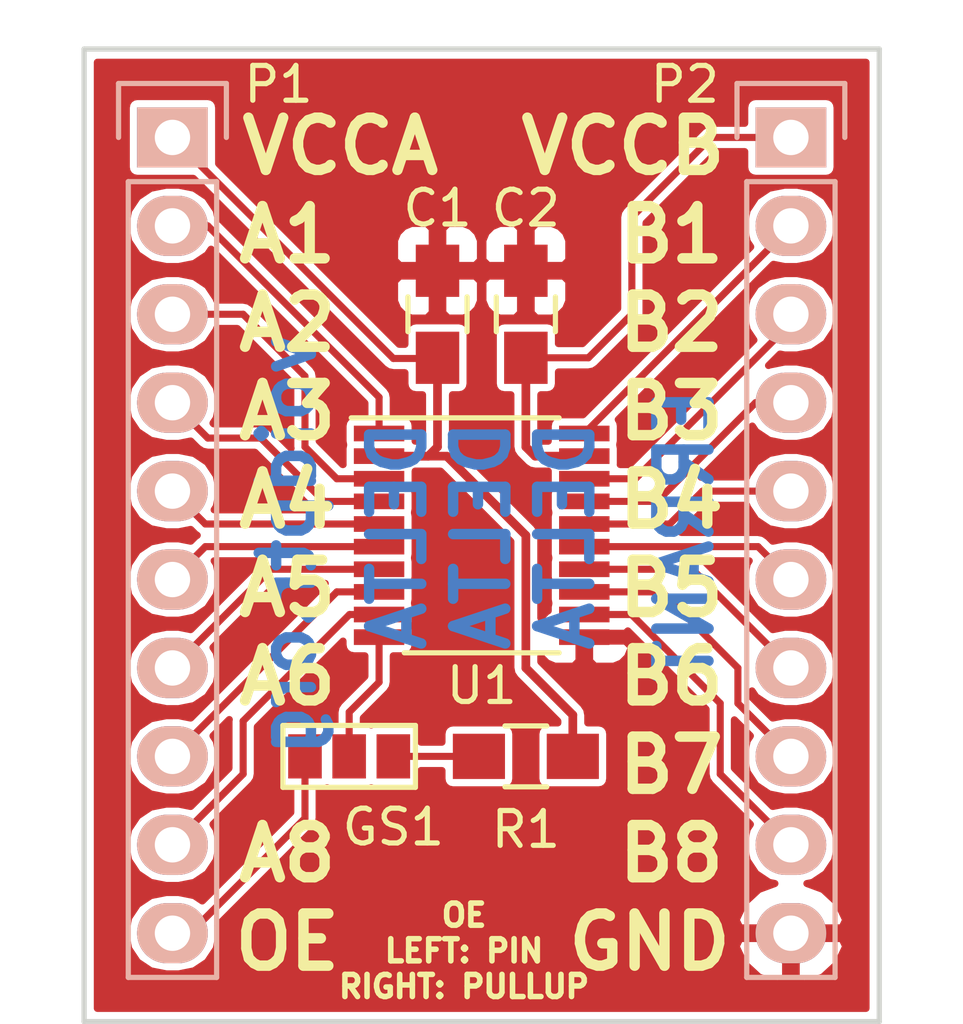
<source format=kicad_pcb>
(kicad_pcb (version 4) (host pcbnew 4.0.2+dfsg1-stable)

  (general
    (links 27)
    (no_connects 0)
    (area 121.844999 104.064999 144.855001 132.155001)
    (thickness 1.6)
    (drawings 27)
    (tracks 73)
    (zones 0)
    (modules 7)
    (nets 23)
  )

  (page A4)
  (layers
    (0 F.Cu signal)
    (31 B.Cu signal)
    (32 B.Adhes user)
    (33 F.Adhes user)
    (34 B.Paste user)
    (35 F.Paste user)
    (36 B.SilkS user)
    (37 F.SilkS user)
    (38 B.Mask user)
    (39 F.Mask user)
    (40 Dwgs.User user)
    (41 Cmts.User user)
    (42 Eco1.User user)
    (43 Eco2.User user)
    (44 Edge.Cuts user)
    (45 Margin user)
    (46 B.CrtYd user)
    (47 F.CrtYd user)
    (48 B.Fab user)
    (49 F.Fab user)
  )

  (setup
    (last_trace_width 0.2032)
    (trace_clearance 0.2032)
    (zone_clearance 0.2032)
    (zone_45_only no)
    (trace_min 0.2)
    (segment_width 0.2)
    (edge_width 0.15)
    (via_size 0.6)
    (via_drill 0.4)
    (via_min_size 0.4)
    (via_min_drill 0.3)
    (uvia_size 0.3)
    (uvia_drill 0.1)
    (uvias_allowed no)
    (uvia_min_size 0)
    (uvia_min_drill 0)
    (pcb_text_width 0.3)
    (pcb_text_size 1.5 1.5)
    (mod_edge_width 0.15)
    (mod_text_size 1 1)
    (mod_text_width 0.15)
    (pad_size 1.524 1.524)
    (pad_drill 0.762)
    (pad_to_mask_clearance 0.2)
    (aux_axis_origin 0 0)
    (visible_elements FFFFFF7F)
    (pcbplotparams
      (layerselection 0x010f0_80000001)
      (usegerberextensions true)
      (excludeedgelayer true)
      (linewidth 0.100000)
      (plotframeref false)
      (viasonmask false)
      (mode 1)
      (useauxorigin false)
      (hpglpennumber 1)
      (hpglpenspeed 20)
      (hpglpendiameter 15)
      (hpglpenoverlay 2)
      (psnegative false)
      (psa4output false)
      (plotreference true)
      (plotvalue true)
      (plotinvisibletext false)
      (padsonsilk false)
      (subtractmaskfromsilk false)
      (outputformat 1)
      (mirror false)
      (drillshape 0)
      (scaleselection 1)
      (outputdirectory Gerbers/))
  )

  (net 0 "")
  (net 1 GND)
  (net 2 VCC)
  (net 3 "Net-(C2-Pad2)")
  (net 4 "Net-(GS1-Pad1)")
  (net 5 "Net-(GS1-Pad2)")
  (net 6 "Net-(P1-Pad2)")
  (net 7 "Net-(P1-Pad3)")
  (net 8 "Net-(P1-Pad4)")
  (net 9 "Net-(P1-Pad5)")
  (net 10 "Net-(P1-Pad6)")
  (net 11 "Net-(P1-Pad7)")
  (net 12 "Net-(P1-Pad8)")
  (net 13 "Net-(P1-Pad9)")
  (net 14 "Net-(P2-Pad2)")
  (net 15 "Net-(P2-Pad3)")
  (net 16 "Net-(P2-Pad4)")
  (net 17 "Net-(P2-Pad5)")
  (net 18 "Net-(P2-Pad6)")
  (net 19 "Net-(P2-Pad7)")
  (net 20 "Net-(P2-Pad8)")
  (net 21 "Net-(P2-Pad9)")
  (net 22 "Net-(GS1-Pad3)")

  (net_class Default "This is the default net class."
    (clearance 0.2032)
    (trace_width 0.2032)
    (via_dia 0.6)
    (via_drill 0.4)
    (uvia_dia 0.3)
    (uvia_drill 0.1)
    (add_net GND)
    (add_net "Net-(C2-Pad2)")
    (add_net "Net-(GS1-Pad1)")
    (add_net "Net-(GS1-Pad2)")
    (add_net "Net-(GS1-Pad3)")
    (add_net "Net-(P1-Pad2)")
    (add_net "Net-(P1-Pad3)")
    (add_net "Net-(P1-Pad4)")
    (add_net "Net-(P1-Pad5)")
    (add_net "Net-(P1-Pad6)")
    (add_net "Net-(P1-Pad7)")
    (add_net "Net-(P1-Pad8)")
    (add_net "Net-(P1-Pad9)")
    (add_net "Net-(P2-Pad2)")
    (add_net "Net-(P2-Pad3)")
    (add_net "Net-(P2-Pad4)")
    (add_net "Net-(P2-Pad5)")
    (add_net "Net-(P2-Pad6)")
    (add_net "Net-(P2-Pad7)")
    (add_net "Net-(P2-Pad8)")
    (add_net "Net-(P2-Pad9)")
    (add_net VCC)
  )

  (module Capacitors_SMD:C_0805_HandSoldering (layer F.Cu) (tedit 57D97816) (tstamp 57D6A007)
    (at 27.94 25.146 270)
    (descr "Capacitor SMD 0805, hand soldering")
    (tags "capacitor 0805")
    (path /57D6A0BF)
    (attr smd)
    (fp_text reference C1 (at -3.048 0 360) (layer F.SilkS)
      (effects (font (size 1 1) (thickness 0.15)))
    )
    (fp_text value 0.1uF (at 0 2.1 270) (layer F.Fab)
      (effects (font (size 1 1) (thickness 0.15)))
    )
    (fp_line (start -2.3 -1) (end 2.3 -1) (layer F.CrtYd) (width 0.05))
    (fp_line (start -2.3 1) (end 2.3 1) (layer F.CrtYd) (width 0.05))
    (fp_line (start -2.3 -1) (end -2.3 1) (layer F.CrtYd) (width 0.05))
    (fp_line (start 2.3 -1) (end 2.3 1) (layer F.CrtYd) (width 0.05))
    (fp_line (start 0.5 -0.85) (end -0.5 -0.85) (layer F.SilkS) (width 0.15))
    (fp_line (start -0.5 0.85) (end 0.5 0.85) (layer F.SilkS) (width 0.15))
    (pad 1 smd rect (at -1.25 0 270) (size 1.5 1.25) (layers F.Cu F.Paste F.Mask)
      (net 1 GND))
    (pad 2 smd rect (at 1.25 0 270) (size 1.5 1.25) (layers F.Cu F.Paste F.Mask)
      (net 2 VCC))
    (model Capacitors_SMD.3dshapes/C_0805_HandSoldering.wrl
      (at (xyz 0 0 0))
      (scale (xyz 1 1 1))
      (rotate (xyz 0 0 0))
    )
  )

  (module Capacitors_SMD:C_0805_HandSoldering (layer F.Cu) (tedit 57D9781B) (tstamp 57D6A00D)
    (at 30.48 25.146 270)
    (descr "Capacitor SMD 0805, hand soldering")
    (tags "capacitor 0805")
    (path /57D6A076)
    (attr smd)
    (fp_text reference C2 (at -3.048 0 360) (layer F.SilkS)
      (effects (font (size 1 1) (thickness 0.15)))
    )
    (fp_text value 0.1uF (at 0 2.1 270) (layer F.Fab)
      (effects (font (size 1 1) (thickness 0.15)))
    )
    (fp_line (start -2.3 -1) (end 2.3 -1) (layer F.CrtYd) (width 0.05))
    (fp_line (start -2.3 1) (end 2.3 1) (layer F.CrtYd) (width 0.05))
    (fp_line (start -2.3 -1) (end -2.3 1) (layer F.CrtYd) (width 0.05))
    (fp_line (start 2.3 -1) (end 2.3 1) (layer F.CrtYd) (width 0.05))
    (fp_line (start 0.5 -0.85) (end -0.5 -0.85) (layer F.SilkS) (width 0.15))
    (fp_line (start -0.5 0.85) (end 0.5 0.85) (layer F.SilkS) (width 0.15))
    (pad 1 smd rect (at -1.25 0 270) (size 1.5 1.25) (layers F.Cu F.Paste F.Mask)
      (net 1 GND))
    (pad 2 smd rect (at 1.25 0 270) (size 1.5 1.25) (layers F.Cu F.Paste F.Mask)
      (net 3 "Net-(C2-Pad2)"))
    (model Capacitors_SMD.3dshapes/C_0805_HandSoldering.wrl
      (at (xyz 0 0 0))
      (scale (xyz 1 1 1))
      (rotate (xyz 0 0 0))
    )
  )

  (module Pin_Headers:Pin_Header_Straight_1x10 (layer B.Cu) (tedit 57D977E1) (tstamp 57D6A021)
    (at 20.32 20.066 180)
    (descr "Through hole pin header")
    (tags "pin header")
    (path /57D5C021)
    (fp_text reference P1 (at -3.048 1.524 180) (layer F.SilkS)
      (effects (font (size 1 1) (thickness 0.15)))
    )
    (fp_text value CONN_01X10 (at 0 3.1 180) (layer B.Fab)
      (effects (font (size 1 1) (thickness 0.15)) (justify mirror))
    )
    (fp_line (start -1.75 1.75) (end -1.75 -24.65) (layer B.CrtYd) (width 0.05))
    (fp_line (start 1.75 1.75) (end 1.75 -24.65) (layer B.CrtYd) (width 0.05))
    (fp_line (start -1.75 1.75) (end 1.75 1.75) (layer B.CrtYd) (width 0.05))
    (fp_line (start -1.75 -24.65) (end 1.75 -24.65) (layer B.CrtYd) (width 0.05))
    (fp_line (start 1.27 -1.27) (end 1.27 -24.13) (layer B.SilkS) (width 0.15))
    (fp_line (start 1.27 -24.13) (end -1.27 -24.13) (layer B.SilkS) (width 0.15))
    (fp_line (start -1.27 -24.13) (end -1.27 -1.27) (layer B.SilkS) (width 0.15))
    (fp_line (start 1.55 1.55) (end 1.55 0) (layer B.SilkS) (width 0.15))
    (fp_line (start 1.27 -1.27) (end -1.27 -1.27) (layer B.SilkS) (width 0.15))
    (fp_line (start -1.55 0) (end -1.55 1.55) (layer B.SilkS) (width 0.15))
    (fp_line (start -1.55 1.55) (end 1.55 1.55) (layer B.SilkS) (width 0.15))
    (pad 1 thru_hole rect (at 0 0 180) (size 2.032 1.7272) (drill 1.016) (layers *.Cu *.Mask B.SilkS)
      (net 2 VCC))
    (pad 2 thru_hole oval (at 0 -2.54 180) (size 2.032 1.7272) (drill 1.016) (layers *.Cu *.Mask B.SilkS)
      (net 6 "Net-(P1-Pad2)"))
    (pad 3 thru_hole oval (at 0 -5.08 180) (size 2.032 1.7272) (drill 1.016) (layers *.Cu *.Mask B.SilkS)
      (net 7 "Net-(P1-Pad3)"))
    (pad 4 thru_hole oval (at 0 -7.62 180) (size 2.032 1.7272) (drill 1.016) (layers *.Cu *.Mask B.SilkS)
      (net 8 "Net-(P1-Pad4)"))
    (pad 5 thru_hole oval (at 0 -10.16 180) (size 2.032 1.7272) (drill 1.016) (layers *.Cu *.Mask B.SilkS)
      (net 9 "Net-(P1-Pad5)"))
    (pad 6 thru_hole oval (at 0 -12.7 180) (size 2.032 1.7272) (drill 1.016) (layers *.Cu *.Mask B.SilkS)
      (net 10 "Net-(P1-Pad6)"))
    (pad 7 thru_hole oval (at 0 -15.24 180) (size 2.032 1.7272) (drill 1.016) (layers *.Cu *.Mask B.SilkS)
      (net 11 "Net-(P1-Pad7)"))
    (pad 8 thru_hole oval (at 0 -17.78 180) (size 2.032 1.7272) (drill 1.016) (layers *.Cu *.Mask B.SilkS)
      (net 12 "Net-(P1-Pad8)"))
    (pad 9 thru_hole oval (at 0 -20.32 180) (size 2.032 1.7272) (drill 1.016) (layers *.Cu *.Mask B.SilkS)
      (net 13 "Net-(P1-Pad9)"))
    (pad 10 thru_hole oval (at 0 -22.86 180) (size 2.032 1.7272) (drill 1.016) (layers *.Cu *.Mask B.SilkS)
      (net 4 "Net-(GS1-Pad1)"))
    (model Pin_Headers.3dshapes/Pin_Header_Straight_1x10.wrl
      (at (xyz 0 -0.45 0))
      (scale (xyz 1 1 1))
      (rotate (xyz 0 0 90))
    )
  )

  (module Pin_Headers:Pin_Header_Straight_1x10 (layer B.Cu) (tedit 57D977EF) (tstamp 57D6A02F)
    (at 38.1 20.066 180)
    (descr "Through hole pin header")
    (tags "pin header")
    (path /57D5C134)
    (fp_text reference P2 (at 3.048 1.524 180) (layer F.SilkS)
      (effects (font (size 1 1) (thickness 0.15)))
    )
    (fp_text value CONN_01X10 (at 0 3.1 180) (layer B.Fab)
      (effects (font (size 1 1) (thickness 0.15)) (justify mirror))
    )
    (fp_line (start -1.75 1.75) (end -1.75 -24.65) (layer B.CrtYd) (width 0.05))
    (fp_line (start 1.75 1.75) (end 1.75 -24.65) (layer B.CrtYd) (width 0.05))
    (fp_line (start -1.75 1.75) (end 1.75 1.75) (layer B.CrtYd) (width 0.05))
    (fp_line (start -1.75 -24.65) (end 1.75 -24.65) (layer B.CrtYd) (width 0.05))
    (fp_line (start 1.27 -1.27) (end 1.27 -24.13) (layer B.SilkS) (width 0.15))
    (fp_line (start 1.27 -24.13) (end -1.27 -24.13) (layer B.SilkS) (width 0.15))
    (fp_line (start -1.27 -24.13) (end -1.27 -1.27) (layer B.SilkS) (width 0.15))
    (fp_line (start 1.55 1.55) (end 1.55 0) (layer B.SilkS) (width 0.15))
    (fp_line (start 1.27 -1.27) (end -1.27 -1.27) (layer B.SilkS) (width 0.15))
    (fp_line (start -1.55 0) (end -1.55 1.55) (layer B.SilkS) (width 0.15))
    (fp_line (start -1.55 1.55) (end 1.55 1.55) (layer B.SilkS) (width 0.15))
    (pad 1 thru_hole rect (at 0 0 180) (size 2.032 1.7272) (drill 1.016) (layers *.Cu *.Mask B.SilkS)
      (net 3 "Net-(C2-Pad2)"))
    (pad 2 thru_hole oval (at 0 -2.54 180) (size 2.032 1.7272) (drill 1.016) (layers *.Cu *.Mask B.SilkS)
      (net 14 "Net-(P2-Pad2)"))
    (pad 3 thru_hole oval (at 0 -5.08 180) (size 2.032 1.7272) (drill 1.016) (layers *.Cu *.Mask B.SilkS)
      (net 15 "Net-(P2-Pad3)"))
    (pad 4 thru_hole oval (at 0 -7.62 180) (size 2.032 1.7272) (drill 1.016) (layers *.Cu *.Mask B.SilkS)
      (net 16 "Net-(P2-Pad4)"))
    (pad 5 thru_hole oval (at 0 -10.16 180) (size 2.032 1.7272) (drill 1.016) (layers *.Cu *.Mask B.SilkS)
      (net 17 "Net-(P2-Pad5)"))
    (pad 6 thru_hole oval (at 0 -12.7 180) (size 2.032 1.7272) (drill 1.016) (layers *.Cu *.Mask B.SilkS)
      (net 18 "Net-(P2-Pad6)"))
    (pad 7 thru_hole oval (at 0 -15.24 180) (size 2.032 1.7272) (drill 1.016) (layers *.Cu *.Mask B.SilkS)
      (net 19 "Net-(P2-Pad7)"))
    (pad 8 thru_hole oval (at 0 -17.78 180) (size 2.032 1.7272) (drill 1.016) (layers *.Cu *.Mask B.SilkS)
      (net 20 "Net-(P2-Pad8)"))
    (pad 9 thru_hole oval (at 0 -20.32 180) (size 2.032 1.7272) (drill 1.016) (layers *.Cu *.Mask B.SilkS)
      (net 21 "Net-(P2-Pad9)"))
    (pad 10 thru_hole oval (at 0 -22.86 180) (size 2.032 1.7272) (drill 1.016) (layers *.Cu *.Mask B.SilkS)
      (net 1 GND))
    (model Pin_Headers.3dshapes/Pin_Header_Straight_1x10.wrl
      (at (xyz 0 -0.45 0))
      (scale (xyz 1 1 1))
      (rotate (xyz 0 0 90))
    )
  )

  (module Resistors_SMD:R_0805_HandSoldering (layer F.Cu) (tedit 54189DEE) (tstamp 57D6A035)
    (at 30.48 37.846 180)
    (descr "Resistor SMD 0805, hand soldering")
    (tags "resistor 0805")
    (path /57D6A5C7)
    (attr smd)
    (fp_text reference R1 (at 0 -2.1 180) (layer F.SilkS)
      (effects (font (size 1 1) (thickness 0.15)))
    )
    (fp_text value 0 (at 0 2.1 180) (layer F.Fab)
      (effects (font (size 1 1) (thickness 0.15)))
    )
    (fp_line (start -2.4 -1) (end 2.4 -1) (layer F.CrtYd) (width 0.05))
    (fp_line (start -2.4 1) (end 2.4 1) (layer F.CrtYd) (width 0.05))
    (fp_line (start -2.4 -1) (end -2.4 1) (layer F.CrtYd) (width 0.05))
    (fp_line (start 2.4 -1) (end 2.4 1) (layer F.CrtYd) (width 0.05))
    (fp_line (start 0.6 0.875) (end -0.6 0.875) (layer F.SilkS) (width 0.15))
    (fp_line (start -0.6 -0.875) (end 0.6 -0.875) (layer F.SilkS) (width 0.15))
    (pad 1 smd rect (at -1.35 0 180) (size 1.5 1.3) (layers F.Cu F.Paste F.Mask)
      (net 2 VCC))
    (pad 2 smd rect (at 1.35 0 180) (size 1.5 1.3) (layers F.Cu F.Paste F.Mask)
      (net 22 "Net-(GS1-Pad3)"))
    (model Resistors_SMD.3dshapes/R_0805_HandSoldering.wrl
      (at (xyz 0 0 0))
      (scale (xyz 1 1 1))
      (rotate (xyz 0 0 0))
    )
  )

  (module Housings_SSOP:TSSOP-20_4.4x6.5mm_Pitch0.65mm (layer F.Cu) (tedit 57D9675B) (tstamp 57D6A04D)
    (at 29.21 31.496)
    (descr "20-Lead Plastic Thin Shrink Small Outline (ST)-4.4 mm Body [TSSOP] (see Microchip Packaging Specification 00000049BS.pdf)")
    (tags "SSOP 0.65")
    (path /57D5BF94)
    (attr smd)
    (fp_text reference U1 (at 0 4.318) (layer F.SilkS)
      (effects (font (size 1 1) (thickness 0.15)))
    )
    (fp_text value TXS0108e (at 0 4.3) (layer F.Fab)
      (effects (font (size 1 1) (thickness 0.15)))
    )
    (fp_line (start -3.95 -3.55) (end -3.95 3.55) (layer F.CrtYd) (width 0.05))
    (fp_line (start 3.95 -3.55) (end 3.95 3.55) (layer F.CrtYd) (width 0.05))
    (fp_line (start -3.95 -3.55) (end 3.95 -3.55) (layer F.CrtYd) (width 0.05))
    (fp_line (start -3.95 3.55) (end 3.95 3.55) (layer F.CrtYd) (width 0.05))
    (fp_line (start -2.225 3.375) (end 2.225 3.375) (layer F.SilkS) (width 0.15))
    (fp_line (start -3.75 -3.375) (end 2.225 -3.375) (layer F.SilkS) (width 0.15))
    (pad 1 smd rect (at -2.95 -2.925) (size 1.45 0.45) (layers F.Cu F.Paste F.Mask)
      (net 6 "Net-(P1-Pad2)"))
    (pad 2 smd rect (at -2.95 -2.275) (size 1.45 0.45) (layers F.Cu F.Paste F.Mask)
      (net 2 VCC))
    (pad 3 smd rect (at -2.95 -1.625) (size 1.45 0.45) (layers F.Cu F.Paste F.Mask)
      (net 7 "Net-(P1-Pad3)"))
    (pad 4 smd rect (at -2.95 -0.975) (size 1.45 0.45) (layers F.Cu F.Paste F.Mask)
      (net 8 "Net-(P1-Pad4)"))
    (pad 5 smd rect (at -2.95 -0.325) (size 1.45 0.45) (layers F.Cu F.Paste F.Mask)
      (net 9 "Net-(P1-Pad5)"))
    (pad 6 smd rect (at -2.95 0.325) (size 1.45 0.45) (layers F.Cu F.Paste F.Mask)
      (net 10 "Net-(P1-Pad6)"))
    (pad 7 smd rect (at -2.95 0.975) (size 1.45 0.45) (layers F.Cu F.Paste F.Mask)
      (net 11 "Net-(P1-Pad7)"))
    (pad 8 smd rect (at -2.95 1.625) (size 1.45 0.45) (layers F.Cu F.Paste F.Mask)
      (net 12 "Net-(P1-Pad8)"))
    (pad 9 smd rect (at -2.95 2.275) (size 1.45 0.45) (layers F.Cu F.Paste F.Mask)
      (net 13 "Net-(P1-Pad9)"))
    (pad 10 smd rect (at -2.95 2.925) (size 1.45 0.45) (layers F.Cu F.Paste F.Mask)
      (net 5 "Net-(GS1-Pad2)"))
    (pad 11 smd rect (at 2.95 2.925) (size 1.45 0.45) (layers F.Cu F.Paste F.Mask)
      (net 1 GND))
    (pad 12 smd rect (at 2.95 2.275) (size 1.45 0.45) (layers F.Cu F.Paste F.Mask)
      (net 21 "Net-(P2-Pad9)"))
    (pad 13 smd rect (at 2.95 1.625) (size 1.45 0.45) (layers F.Cu F.Paste F.Mask)
      (net 20 "Net-(P2-Pad8)"))
    (pad 14 smd rect (at 2.95 0.975) (size 1.45 0.45) (layers F.Cu F.Paste F.Mask)
      (net 19 "Net-(P2-Pad7)"))
    (pad 15 smd rect (at 2.95 0.325) (size 1.45 0.45) (layers F.Cu F.Paste F.Mask)
      (net 18 "Net-(P2-Pad6)"))
    (pad 16 smd rect (at 2.95 -0.325) (size 1.45 0.45) (layers F.Cu F.Paste F.Mask)
      (net 17 "Net-(P2-Pad5)"))
    (pad 17 smd rect (at 2.95 -0.975) (size 1.45 0.45) (layers F.Cu F.Paste F.Mask)
      (net 16 "Net-(P2-Pad4)"))
    (pad 18 smd rect (at 2.95 -1.625) (size 1.45 0.45) (layers F.Cu F.Paste F.Mask)
      (net 15 "Net-(P2-Pad3)"))
    (pad 19 smd rect (at 2.95 -2.275) (size 1.45 0.45) (layers F.Cu F.Paste F.Mask)
      (net 3 "Net-(C2-Pad2)"))
    (pad 20 smd rect (at 2.95 -2.925) (size 1.45 0.45) (layers F.Cu F.Paste F.Mask)
      (net 14 "Net-(P2-Pad2)"))
    (model Housings_SSOP.3dshapes/TSSOP-20_4.4x6.5mm_Pitch0.65mm.wrl
      (at (xyz 0 0 0))
      (scale (xyz 1 1 1))
      (rotate (xyz 0 0 0))
    )
  )

  (module Connect:GS3 (layer F.Cu) (tedit 57D968D9) (tstamp 57D9658B)
    (at 25.4 37.846 90)
    (descr "Pontet Goute de soudure")
    (path /57D96623)
    (attr virtual)
    (fp_text reference GS1 (at -2.032 1.27 180) (layer F.SilkS)
      (effects (font (size 1 1) (thickness 0.15)))
    )
    (fp_text value GS3 (at 1.524 0 180) (layer F.Fab)
      (effects (font (size 1 1) (thickness 0.15)))
    )
    (fp_line (start -0.889 -1.905) (end -0.889 1.905) (layer F.SilkS) (width 0.15))
    (fp_line (start -0.889 1.905) (end 0.889 1.905) (layer F.SilkS) (width 0.15))
    (fp_line (start 0.889 1.905) (end 0.889 -1.905) (layer F.SilkS) (width 0.15))
    (fp_line (start -0.889 -1.905) (end 0.889 -1.905) (layer F.SilkS) (width 0.15))
    (pad 1 smd rect (at 0 -1.27 90) (size 1.27 0.9652) (layers F.Cu F.Paste F.Mask)
      (net 4 "Net-(GS1-Pad1)"))
    (pad 2 smd rect (at 0 0 90) (size 1.27 0.9652) (layers F.Cu F.Paste F.Mask)
      (net 5 "Net-(GS1-Pad2)"))
    (pad 3 smd rect (at 0 1.27 90) (size 1.27 0.9652) (layers F.Cu F.Paste F.Mask)
      (net 22 "Net-(GS1-Pad3)"))
  )

  (gr_text "OE\nLEFT: PIN\nRIGHT: PULLUP" (at 28.702 43.434) (layer F.SilkS)
    (effects (font (size 0.6364 0.6364) (thickness 0.1591)))
  )
  (gr_text B8 (at 36.322 40.64) (layer F.SilkS)
    (effects (font (size 1.5 1.5) (thickness 0.3)) (justify right))
  )
  (gr_text B7 (at 36.322 38.1) (layer F.SilkS)
    (effects (font (size 1.5 1.5) (thickness 0.3)) (justify right))
  )
  (gr_text B6 (at 36.322 35.56) (layer F.SilkS)
    (effects (font (size 1.5 1.5) (thickness 0.3)) (justify right))
  )
  (gr_text B5 (at 36.322 33.02) (layer F.SilkS)
    (effects (font (size 1.5 1.5) (thickness 0.3)) (justify right))
  )
  (gr_text B4 (at 36.322 30.48) (layer F.SilkS)
    (effects (font (size 1.5 1.5) (thickness 0.3)) (justify right))
  )
  (gr_text B3 (at 36.322 27.94) (layer F.SilkS)
    (effects (font (size 1.5 1.5) (thickness 0.3)) (justify right))
  )
  (gr_text B2 (at 36.322 25.4) (layer F.SilkS)
    (effects (font (size 1.5 1.5) (thickness 0.3)) (justify right))
  )
  (gr_text B1 (at 36.322 22.86) (layer F.SilkS)
    (effects (font (size 1.5 1.5) (thickness 0.3)) (justify right))
  )
  (gr_text A8 (at 23.622 40.64) (layer F.SilkS)
    (effects (font (size 1.5 1.5) (thickness 0.3)))
  )
  (gr_text A6 (at 23.622 35.56) (layer F.SilkS)
    (effects (font (size 1.5 1.5) (thickness 0.3)))
  )
  (gr_text A5 (at 23.622 33.02) (layer F.SilkS)
    (effects (font (size 1.5 1.5) (thickness 0.3)))
  )
  (gr_text A4 (at 23.622 30.48) (layer F.SilkS)
    (effects (font (size 1.5 1.5) (thickness 0.3)))
  )
  (gr_text A3 (at 23.622 27.94) (layer F.SilkS)
    (effects (font (size 1.5 1.5) (thickness 0.3)))
  )
  (gr_text A2 (at 23.622 25.4) (layer F.SilkS)
    (effects (font (size 1.5 1.5) (thickness 0.3)))
  )
  (gr_text A1 (at 23.622 22.86) (layer F.SilkS)
    (effects (font (size 1.5 1.5) (thickness 0.3)))
  )
  (gr_line (start 40.64 17.526) (end 17.78 17.526) (angle 90) (layer Edge.Cuts) (width 0.15))
  (gr_line (start 40.64 45.466) (end 40.64 17.526) (angle 90) (layer Edge.Cuts) (width 0.15))
  (gr_line (start 17.78 45.466) (end 40.64 45.466) (angle 90) (layer Edge.Cuts) (width 0.15))
  (gr_line (start 17.78 17.526) (end 17.78 45.466) (angle 90) (layer Edge.Cuts) (width 0.15))
  (gr_text ERRANT (at 35.052 31.496 90) (layer B.Cu)
    (effects (font (size 1.5 1.5) (thickness 0.3)) (justify mirror))
  )
  (gr_text voidptr.org (at 23.622 31.75 90) (layer B.Cu)
    (effects (font (size 1.5 1.5) (thickness 0.3)) (justify mirror))
  )
  (gr_text "DELTA\nDELTA\nDELTA" (at 29.21 31.496 90) (layer B.Cu)
    (effects (font (size 1.5 1.5) (thickness 0.3)) (justify mirror))
  )
  (gr_text OE (at 23.622 43.18) (layer F.SilkS)
    (effects (font (size 1.5 1.5) (thickness 0.3)))
  )
  (gr_text GND (at 34.036 43.18) (layer F.SilkS)
    (effects (font (size 1.5 1.5) (thickness 0.3)))
  )
  (gr_text VCCB (at 33.274 20.32) (layer F.SilkS)
    (effects (font (size 1.5 1.5) (thickness 0.3)))
  )
  (gr_text VCCA (at 25.146 20.32) (layer F.SilkS)
    (effects (font (size 1.5 1.5) (thickness 0.3)))
  )

  (segment (start 20.32 20.066) (end 26.67 26.416) (width 0.2032) (layer F.Cu) (net 2))
  (segment (start 26.67 26.416) (end 27.92 26.416) (width 0.2032) (layer F.Cu) (net 2) (tstamp 57D96686))
  (segment (start 27.92 26.416) (end 27.94 26.396) (width 0.2032) (layer F.Cu) (net 2) (tstamp 57D96687))
  (segment (start 26.26 29.221) (end 28.205 29.221) (width 0.25) (layer F.Cu) (net 2))
  (segment (start 31.83 36.656) (end 31.83 37.846) (width 0.25) (layer F.Cu) (net 2) (tstamp 57D6A0BA))
  (segment (start 30.48 35.306) (end 31.83 36.656) (width 0.25) (layer F.Cu) (net 2) (tstamp 57D6A0B8))
  (segment (start 30.48 31.496) (end 30.48 35.306) (width 0.25) (layer F.Cu) (net 2) (tstamp 57D6A0B6))
  (segment (start 28.205 29.221) (end 30.48 31.496) (width 0.25) (layer F.Cu) (net 2) (tstamp 57D6A0B5))
  (segment (start 26.26 29.221) (end 27.675 29.221) (width 0.25) (layer F.Cu) (net 2))
  (segment (start 27.94 28.956) (end 27.94 26.396) (width 0.25) (layer F.Cu) (net 2) (tstamp 57D6A0A8))
  (segment (start 27.675 29.221) (end 27.94 28.956) (width 0.25) (layer F.Cu) (net 2) (tstamp 57D6A0A7))
  (segment (start 30.48 26.396) (end 32.278 26.396) (width 0.2032) (layer F.Cu) (net 3))
  (segment (start 32.278 26.396) (end 33.528 25.146) (width 0.2032) (layer F.Cu) (net 3) (tstamp 57D966CF))
  (segment (start 32.16 29.221) (end 30.745 29.221) (width 0.25) (layer F.Cu) (net 3))
  (segment (start 30.48 28.956) (end 30.48 26.396) (width 0.25) (layer F.Cu) (net 3) (tstamp 57D6A0AC))
  (segment (start 30.745 29.221) (end 30.48 28.956) (width 0.25) (layer F.Cu) (net 3) (tstamp 57D6A0AB))
  (segment (start 35.814 20.066) (end 38.1 20.066) (width 0.2032) (layer F.Cu) (net 3) (tstamp 57D966D7))
  (segment (start 33.528 22.352) (end 35.814 20.066) (width 0.2032) (layer F.Cu) (net 3) (tstamp 57D966D5))
  (segment (start 33.528 25.146) (end 33.528 22.352) (width 0.2032) (layer F.Cu) (net 3) (tstamp 57D966D2))
  (segment (start 20.32 42.926) (end 20.828 42.926) (width 0.2032) (layer F.Cu) (net 4))
  (segment (start 20.828 42.926) (end 24.13 39.624) (width 0.2032) (layer F.Cu) (net 4) (tstamp 57D966C5))
  (segment (start 24.13 39.624) (end 24.13 37.846) (width 0.2032) (layer F.Cu) (net 4) (tstamp 57D966C6))
  (segment (start 26.26 34.421) (end 26.26 35.716) (width 0.2032) (layer F.Cu) (net 5))
  (segment (start 25.4 36.576) (end 25.4 37.846) (width 0.2032) (layer F.Cu) (net 5) (tstamp 57D96594))
  (segment (start 26.26 35.716) (end 25.4 36.576) (width 0.2032) (layer F.Cu) (net 5) (tstamp 57D96593))
  (segment (start 26.26 28.571) (end 26.26 27.53) (width 0.2032) (layer F.Cu) (net 6))
  (segment (start 26.26 27.53) (end 21.336 22.606) (width 0.2032) (layer F.Cu) (net 6) (tstamp 57D9668C))
  (segment (start 21.336 22.606) (end 20.32 22.606) (width 0.2032) (layer F.Cu) (net 6) (tstamp 57D9668E))
  (segment (start 26.26 29.871) (end 25.045 29.871) (width 0.2032) (layer F.Cu) (net 7))
  (segment (start 22.352 25.146) (end 20.32 25.146) (width 0.2032) (layer F.Cu) (net 7) (tstamp 57D9669A))
  (segment (start 24.13 26.924) (end 22.352 25.146) (width 0.2032) (layer F.Cu) (net 7) (tstamp 57D96698))
  (segment (start 24.13 28.956) (end 24.13 26.924) (width 0.2032) (layer F.Cu) (net 7) (tstamp 57D96696))
  (segment (start 25.045 29.871) (end 24.13 28.956) (width 0.2032) (layer F.Cu) (net 7) (tstamp 57D96692))
  (segment (start 26.26 30.521) (end 24.679 30.521) (width 0.2032) (layer F.Cu) (net 8))
  (segment (start 21.336 28.702) (end 20.32 27.686) (width 0.2032) (layer F.Cu) (net 8) (tstamp 57D966A5))
  (segment (start 22.86 28.702) (end 21.336 28.702) (width 0.2032) (layer F.Cu) (net 8) (tstamp 57D966A3))
  (segment (start 24.679 30.521) (end 22.86 28.702) (width 0.2032) (layer F.Cu) (net 8) (tstamp 57D9669E))
  (segment (start 26.26 31.171) (end 21.265 31.171) (width 0.2032) (layer F.Cu) (net 9))
  (segment (start 21.265 31.171) (end 20.32 30.226) (width 0.2032) (layer F.Cu) (net 9) (tstamp 57D966AB))
  (segment (start 26.26 31.821) (end 21.265 31.821) (width 0.2032) (layer F.Cu) (net 10))
  (segment (start 21.265 31.821) (end 20.32 32.766) (width 0.2032) (layer F.Cu) (net 10) (tstamp 57D966AF))
  (segment (start 26.26 32.471) (end 23.155 32.471) (width 0.2032) (layer F.Cu) (net 11))
  (segment (start 23.155 32.471) (end 20.32 35.306) (width 0.2032) (layer F.Cu) (net 11) (tstamp 57D966B3))
  (segment (start 26.26 33.121) (end 25.045 33.121) (width 0.2032) (layer F.Cu) (net 12))
  (segment (start 25.045 33.121) (end 20.32 37.846) (width 0.2032) (layer F.Cu) (net 12) (tstamp 57D966B7))
  (segment (start 26.26 33.771) (end 25.411 33.771) (width 0.2032) (layer F.Cu) (net 13))
  (segment (start 22.352 38.354) (end 20.32 40.386) (width 0.2032) (layer F.Cu) (net 13) (tstamp 57D966C1))
  (segment (start 22.352 36.83) (end 22.352 38.354) (width 0.2032) (layer F.Cu) (net 13) (tstamp 57D966BE))
  (segment (start 25.411 33.771) (end 22.352 36.83) (width 0.2032) (layer F.Cu) (net 13) (tstamp 57D966BB))
  (segment (start 38.1 22.606) (end 38.1 22.631) (width 0.2032) (layer F.Cu) (net 14))
  (segment (start 38.1 22.631) (end 32.16 28.571) (width 0.2032) (layer F.Cu) (net 14) (tstamp 57D966F8))
  (segment (start 38.1 25.146) (end 38.1 25.4) (width 0.2032) (layer F.Cu) (net 15))
  (segment (start 38.1 25.4) (end 33.629 29.871) (width 0.2032) (layer F.Cu) (net 15) (tstamp 57D966FC))
  (segment (start 33.629 29.871) (end 32.16 29.871) (width 0.2032) (layer F.Cu) (net 15) (tstamp 57D966FD))
  (segment (start 38.1 27.686) (end 37.084 27.686) (width 0.2032) (layer F.Cu) (net 16))
  (segment (start 37.084 27.686) (end 34.249 30.521) (width 0.2032) (layer F.Cu) (net 16) (tstamp 57D96701))
  (segment (start 34.249 30.521) (end 32.16 30.521) (width 0.2032) (layer F.Cu) (net 16) (tstamp 57D96703))
  (segment (start 38.1 30.226) (end 35.56 30.226) (width 0.2032) (layer F.Cu) (net 17))
  (segment (start 34.615 31.171) (end 32.16 31.171) (width 0.2032) (layer F.Cu) (net 17) (tstamp 57D96709))
  (segment (start 35.56 30.226) (end 34.615 31.171) (width 0.2032) (layer F.Cu) (net 17) (tstamp 57D96707))
  (segment (start 32.16 31.821) (end 37.155 31.821) (width 0.2032) (layer F.Cu) (net 18))
  (segment (start 37.155 31.821) (end 38.1 32.766) (width 0.2032) (layer F.Cu) (net 18) (tstamp 57D9670D))
  (segment (start 32.16 32.471) (end 35.265 32.471) (width 0.2032) (layer F.Cu) (net 19))
  (segment (start 35.265 32.471) (end 38.1 35.306) (width 0.2032) (layer F.Cu) (net 19) (tstamp 57D96711))
  (segment (start 32.16 33.121) (end 34.391 33.121) (width 0.2032) (layer F.Cu) (net 20))
  (segment (start 36.576 36.322) (end 38.1 37.846) (width 0.2032) (layer F.Cu) (net 20) (tstamp 57D9671C))
  (segment (start 36.576 35.306) (end 36.576 36.322) (width 0.2032) (layer F.Cu) (net 20) (tstamp 57D9671A))
  (segment (start 34.391 33.121) (end 36.576 35.306) (width 0.2032) (layer F.Cu) (net 20) (tstamp 57D96719))
  (segment (start 32.16 33.771) (end 33.517 33.771) (width 0.2032) (layer F.Cu) (net 21))
  (segment (start 36.068 38.354) (end 38.1 40.386) (width 0.2032) (layer F.Cu) (net 21) (tstamp 57D96724))
  (segment (start 36.068 36.322) (end 36.068 38.354) (width 0.2032) (layer F.Cu) (net 21) (tstamp 57D96722))
  (segment (start 33.517 33.771) (end 36.068 36.322) (width 0.2032) (layer F.Cu) (net 21) (tstamp 57D96720))
  (segment (start 26.67 37.846) (end 29.13 37.846) (width 0.2032) (layer F.Cu) (net 22))

  (zone (net 1) (net_name GND) (layer F.Cu) (tstamp 57D6A0C7) (hatch edge 0.508)
    (connect_pads (clearance 0.2032))
    (min_thickness 0.2032)
    (fill yes (arc_segments 16) (thermal_gap 0.508) (thermal_bridge_width 0.508))
    (polygon
      (pts
        (xy 39.37 45.466) (xy 17.78 45.466) (xy 17.78 17.526) (xy 40.64 17.526) (xy 40.64 45.466)
      )
    )
    (filled_polygon
      (pts
        (xy 40.2602 45.0862) (xy 18.1598 45.0862) (xy 18.1598 22.606) (xy 18.973324 22.606) (xy 19.062263 23.053127)
        (xy 19.31554 23.432184) (xy 19.694597 23.685461) (xy 20.141724 23.7744) (xy 20.498276 23.7744) (xy 20.945403 23.685461)
        (xy 21.32446 23.432184) (xy 21.429798 23.274534) (xy 25.8536 27.698336) (xy 25.8536 28.035229) (xy 25.535 28.035229)
        (xy 25.422048 28.056482) (xy 25.318308 28.123237) (xy 25.248713 28.225093) (xy 25.224229 28.346) (xy 25.224229 28.796)
        (xy 25.243736 28.899672) (xy 25.224229 28.996) (xy 25.224229 29.446) (xy 25.227729 29.4646) (xy 25.213336 29.4646)
        (xy 24.5364 28.787664) (xy 24.5364 26.924) (xy 24.505465 26.768477) (xy 24.417368 26.636632) (xy 22.639368 24.858632)
        (xy 22.507523 24.770535) (xy 22.352 24.7396) (xy 21.585838 24.7396) (xy 21.577737 24.698873) (xy 21.32446 24.319816)
        (xy 20.945403 24.066539) (xy 20.498276 23.9776) (xy 20.141724 23.9776) (xy 19.694597 24.066539) (xy 19.31554 24.319816)
        (xy 19.062263 24.698873) (xy 18.973324 25.146) (xy 19.062263 25.593127) (xy 19.31554 25.972184) (xy 19.694597 26.225461)
        (xy 20.141724 26.3144) (xy 20.498276 26.3144) (xy 20.945403 26.225461) (xy 21.32446 25.972184) (xy 21.577737 25.593127)
        (xy 21.585838 25.5524) (xy 22.183664 25.5524) (xy 23.7236 27.092336) (xy 23.7236 28.956) (xy 23.732257 28.99952)
        (xy 23.147368 28.414632) (xy 23.015523 28.326535) (xy 22.86 28.2956) (xy 21.504336 28.2956) (xy 21.483259 28.274523)
        (xy 21.577737 28.133127) (xy 21.666676 27.686) (xy 21.577737 27.238873) (xy 21.32446 26.859816) (xy 20.945403 26.606539)
        (xy 20.498276 26.5176) (xy 20.141724 26.5176) (xy 19.694597 26.606539) (xy 19.31554 26.859816) (xy 19.062263 27.238873)
        (xy 18.973324 27.686) (xy 19.062263 28.133127) (xy 19.31554 28.512184) (xy 19.694597 28.765461) (xy 20.141724 28.8544)
        (xy 20.498276 28.8544) (xy 20.844747 28.785483) (xy 21.048632 28.989368) (xy 21.180477 29.077465) (xy 21.336 29.1084)
        (xy 22.691664 29.1084) (xy 24.347863 30.7646) (xy 21.516617 30.7646) (xy 21.577737 30.673127) (xy 21.666676 30.226)
        (xy 21.577737 29.778873) (xy 21.32446 29.399816) (xy 20.945403 29.146539) (xy 20.498276 29.0576) (xy 20.141724 29.0576)
        (xy 19.694597 29.146539) (xy 19.31554 29.399816) (xy 19.062263 29.778873) (xy 18.973324 30.226) (xy 19.062263 30.673127)
        (xy 19.31554 31.052184) (xy 19.694597 31.305461) (xy 20.141724 31.3944) (xy 20.498276 31.3944) (xy 20.844747 31.325483)
        (xy 20.977632 31.458368) (xy 21.033952 31.496) (xy 20.977632 31.533632) (xy 20.844747 31.666517) (xy 20.498276 31.5976)
        (xy 20.141724 31.5976) (xy 19.694597 31.686539) (xy 19.31554 31.939816) (xy 19.062263 32.318873) (xy 18.973324 32.766)
        (xy 19.062263 33.213127) (xy 19.31554 33.592184) (xy 19.694597 33.845461) (xy 20.141724 33.9344) (xy 20.498276 33.9344)
        (xy 20.945403 33.845461) (xy 21.32446 33.592184) (xy 21.577737 33.213127) (xy 21.666676 32.766) (xy 21.577737 32.318873)
        (xy 21.516617 32.2274) (xy 22.823863 32.2274) (xy 20.844747 34.206517) (xy 20.498276 34.1376) (xy 20.141724 34.1376)
        (xy 19.694597 34.226539) (xy 19.31554 34.479816) (xy 19.062263 34.858873) (xy 18.973324 35.306) (xy 19.062263 35.753127)
        (xy 19.31554 36.132184) (xy 19.694597 36.385461) (xy 20.141724 36.4744) (xy 20.498276 36.4744) (xy 20.945403 36.385461)
        (xy 21.32446 36.132184) (xy 21.577737 35.753127) (xy 21.666676 35.306) (xy 21.577737 34.858873) (xy 21.483259 34.717477)
        (xy 23.323337 32.8774) (xy 24.713864 32.8774) (xy 20.844747 36.746517) (xy 20.498276 36.6776) (xy 20.141724 36.6776)
        (xy 19.694597 36.766539) (xy 19.31554 37.019816) (xy 19.062263 37.398873) (xy 18.973324 37.846) (xy 19.062263 38.293127)
        (xy 19.31554 38.672184) (xy 19.694597 38.925461) (xy 20.141724 39.0144) (xy 20.498276 39.0144) (xy 20.945403 38.925461)
        (xy 21.32446 38.672184) (xy 21.577737 38.293127) (xy 21.666676 37.846) (xy 21.577737 37.398873) (xy 21.483259 37.257477)
        (xy 21.954257 36.786479) (xy 21.9456 36.83) (xy 21.9456 38.185664) (xy 20.844747 39.286517) (xy 20.498276 39.2176)
        (xy 20.141724 39.2176) (xy 19.694597 39.306539) (xy 19.31554 39.559816) (xy 19.062263 39.938873) (xy 18.973324 40.386)
        (xy 19.062263 40.833127) (xy 19.31554 41.212184) (xy 19.694597 41.465461) (xy 20.141724 41.5544) (xy 20.498276 41.5544)
        (xy 20.945403 41.465461) (xy 21.32446 41.212184) (xy 21.577737 40.833127) (xy 21.666676 40.386) (xy 21.577737 39.938873)
        (xy 21.483259 39.797477) (xy 22.639368 38.641368) (xy 22.727465 38.509523) (xy 22.7584 38.354) (xy 22.7584 36.998336)
        (xy 25.224229 34.532507) (xy 25.224229 34.646) (xy 25.245482 34.758952) (xy 25.312237 34.862692) (xy 25.414093 34.932287)
        (xy 25.535 34.956771) (xy 25.8536 34.956771) (xy 25.8536 35.547664) (xy 25.112632 36.288632) (xy 25.024535 36.420477)
        (xy 24.9936 36.576) (xy 24.9936 36.900229) (xy 24.9174 36.900229) (xy 24.804448 36.921482) (xy 24.765479 36.946558)
        (xy 24.733507 36.924713) (xy 24.6126 36.900229) (xy 23.6474 36.900229) (xy 23.534448 36.921482) (xy 23.430708 36.988237)
        (xy 23.361113 37.090093) (xy 23.336629 37.211) (xy 23.336629 38.481) (xy 23.357882 38.593952) (xy 23.424637 38.697692)
        (xy 23.526493 38.767287) (xy 23.6474 38.791771) (xy 23.7236 38.791771) (xy 23.7236 39.455664) (xy 21.177586 42.001678)
        (xy 20.945403 41.846539) (xy 20.498276 41.7576) (xy 20.141724 41.7576) (xy 19.694597 41.846539) (xy 19.31554 42.099816)
        (xy 19.062263 42.478873) (xy 18.973324 42.926) (xy 19.062263 43.373127) (xy 19.31554 43.752184) (xy 19.694597 44.005461)
        (xy 20.141724 44.0944) (xy 20.498276 44.0944) (xy 20.945403 44.005461) (xy 21.32446 43.752184) (xy 21.577737 43.373127)
        (xy 21.591139 43.305746) (xy 36.524185 43.305746) (xy 36.755757 43.791925) (xy 37.177856 44.182109) (xy 37.717141 44.381062)
        (xy 37.9476 44.2468) (xy 37.9476 43.0784) (xy 38.2524 43.0784) (xy 38.2524 44.2468) (xy 38.482859 44.381062)
        (xy 39.022144 44.182109) (xy 39.444243 43.791925) (xy 39.675815 43.305746) (xy 39.564378 43.0784) (xy 38.2524 43.0784)
        (xy 37.9476 43.0784) (xy 36.635622 43.0784) (xy 36.524185 43.305746) (xy 21.591139 43.305746) (xy 21.666676 42.926)
        (xy 21.622886 42.70585) (xy 24.417368 39.911368) (xy 24.505465 39.779523) (xy 24.5364 39.624) (xy 24.5364 38.791771)
        (xy 24.6126 38.791771) (xy 24.725552 38.770518) (xy 24.764521 38.745442) (xy 24.796493 38.767287) (xy 24.9174 38.791771)
        (xy 25.8826 38.791771) (xy 25.995552 38.770518) (xy 26.034521 38.745442) (xy 26.066493 38.767287) (xy 26.1874 38.791771)
        (xy 27.1526 38.791771) (xy 27.265552 38.770518) (xy 27.369292 38.703763) (xy 27.438887 38.601907) (xy 27.463371 38.481)
        (xy 27.463371 38.2524) (xy 28.069229 38.2524) (xy 28.069229 38.496) (xy 28.090482 38.608952) (xy 28.157237 38.712692)
        (xy 28.259093 38.782287) (xy 28.38 38.806771) (xy 29.88 38.806771) (xy 29.992952 38.785518) (xy 30.096692 38.718763)
        (xy 30.166287 38.616907) (xy 30.190771 38.496) (xy 30.190771 37.196) (xy 30.169518 37.083048) (xy 30.102763 36.979308)
        (xy 30.000907 36.909713) (xy 29.88 36.885229) (xy 28.38 36.885229) (xy 28.267048 36.906482) (xy 28.163308 36.973237)
        (xy 28.093713 37.075093) (xy 28.069229 37.196) (xy 28.069229 37.4396) (xy 27.463371 37.4396) (xy 27.463371 37.211)
        (xy 27.442118 37.098048) (xy 27.375363 36.994308) (xy 27.273507 36.924713) (xy 27.1526 36.900229) (xy 26.1874 36.900229)
        (xy 26.074448 36.921482) (xy 26.035479 36.946558) (xy 26.003507 36.924713) (xy 25.8826 36.900229) (xy 25.8064 36.900229)
        (xy 25.8064 36.744336) (xy 26.547368 36.003368) (xy 26.606013 35.9156) (xy 26.635465 35.871523) (xy 26.6664 35.716)
        (xy 26.6664 34.956771) (xy 26.985 34.956771) (xy 27.097952 34.935518) (xy 27.201692 34.868763) (xy 27.271287 34.766907)
        (xy 27.295771 34.646) (xy 27.295771 34.196) (xy 27.276264 34.092328) (xy 27.295771 33.996) (xy 27.295771 33.546)
        (xy 27.276264 33.442328) (xy 27.295771 33.346) (xy 27.295771 32.896) (xy 27.276264 32.792328) (xy 27.295771 32.696)
        (xy 27.295771 32.246) (xy 27.276264 32.142328) (xy 27.295771 32.046) (xy 27.295771 31.596) (xy 27.276264 31.492328)
        (xy 27.295771 31.396) (xy 27.295771 30.946) (xy 27.276264 30.842328) (xy 27.295771 30.746) (xy 27.295771 30.296)
        (xy 27.276264 30.192328) (xy 27.295771 30.096) (xy 27.295771 29.6508) (xy 28.026972 29.6508) (xy 30.0502 31.674029)
        (xy 30.0502 35.306) (xy 30.081136 35.461522) (xy 30.082917 35.470477) (xy 30.176086 35.609914) (xy 31.4002 36.834029)
        (xy 31.4002 36.885229) (xy 31.08 36.885229) (xy 30.967048 36.906482) (xy 30.863308 36.973237) (xy 30.793713 37.075093)
        (xy 30.769229 37.196) (xy 30.769229 38.496) (xy 30.790482 38.608952) (xy 30.857237 38.712692) (xy 30.959093 38.782287)
        (xy 31.08 38.806771) (xy 32.58 38.806771) (xy 32.692952 38.785518) (xy 32.796692 38.718763) (xy 32.866287 38.616907)
        (xy 32.890771 38.496) (xy 32.890771 37.196) (xy 32.869518 37.083048) (xy 32.802763 36.979308) (xy 32.700907 36.909713)
        (xy 32.58 36.885229) (xy 32.2598 36.885229) (xy 32.2598 36.656) (xy 32.227083 36.491523) (xy 32.133914 36.352085)
        (xy 30.9098 35.127972) (xy 30.9098 34.971017) (xy 30.918206 34.991311) (xy 31.089689 35.162794) (xy 31.313743 35.2556)
        (xy 31.8552 35.2556) (xy 32.0076 35.1032) (xy 32.0076 34.5335) (xy 32.3124 34.5335) (xy 32.3124 35.1032)
        (xy 32.4648 35.2556) (xy 33.006257 35.2556) (xy 33.230311 35.162794) (xy 33.401794 34.991311) (xy 33.4946 34.767257)
        (xy 33.4946 34.6859) (xy 33.3422 34.5335) (xy 32.3124 34.5335) (xy 32.0076 34.5335) (xy 31.9876 34.5335)
        (xy 31.9876 34.3085) (xy 32.0076 34.3085) (xy 32.0076 34.306771) (xy 32.3124 34.306771) (xy 32.3124 34.3085)
        (xy 33.3422 34.3085) (xy 33.410982 34.239718) (xy 35.6616 36.490336) (xy 35.6616 38.354) (xy 35.692535 38.509523)
        (xy 35.780632 38.641368) (xy 36.936741 39.797477) (xy 36.842263 39.938873) (xy 36.753324 40.386) (xy 36.842263 40.833127)
        (xy 37.09554 41.212184) (xy 37.474597 41.465461) (xy 37.641823 41.498724) (xy 37.177856 41.669891) (xy 36.755757 42.060075)
        (xy 36.524185 42.546254) (xy 36.635622 42.7736) (xy 37.9476 42.7736) (xy 37.9476 42.7536) (xy 38.2524 42.7536)
        (xy 38.2524 42.7736) (xy 39.564378 42.7736) (xy 39.675815 42.546254) (xy 39.444243 42.060075) (xy 39.022144 41.669891)
        (xy 38.558177 41.498724) (xy 38.725403 41.465461) (xy 39.10446 41.212184) (xy 39.357737 40.833127) (xy 39.446676 40.386)
        (xy 39.357737 39.938873) (xy 39.10446 39.559816) (xy 38.725403 39.306539) (xy 38.278276 39.2176) (xy 37.921724 39.2176)
        (xy 37.575253 39.286517) (xy 36.4744 38.185664) (xy 36.4744 36.795136) (xy 36.936741 37.257477) (xy 36.842263 37.398873)
        (xy 36.753324 37.846) (xy 36.842263 38.293127) (xy 37.09554 38.672184) (xy 37.474597 38.925461) (xy 37.921724 39.0144)
        (xy 38.278276 39.0144) (xy 38.725403 38.925461) (xy 39.10446 38.672184) (xy 39.357737 38.293127) (xy 39.446676 37.846)
        (xy 39.357737 37.398873) (xy 39.10446 37.019816) (xy 38.725403 36.766539) (xy 38.278276 36.6776) (xy 37.921724 36.6776)
        (xy 37.575254 36.746517) (xy 36.9824 36.153664) (xy 36.9824 35.962857) (xy 37.09554 36.132184) (xy 37.474597 36.385461)
        (xy 37.921724 36.4744) (xy 38.278276 36.4744) (xy 38.725403 36.385461) (xy 39.10446 36.132184) (xy 39.357737 35.753127)
        (xy 39.446676 35.306) (xy 39.357737 34.858873) (xy 39.10446 34.479816) (xy 38.725403 34.226539) (xy 38.278276 34.1376)
        (xy 37.921724 34.1376) (xy 37.575254 34.206517) (xy 35.596136 32.2274) (xy 36.903383 32.2274) (xy 36.842263 32.318873)
        (xy 36.753324 32.766) (xy 36.842263 33.213127) (xy 37.09554 33.592184) (xy 37.474597 33.845461) (xy 37.921724 33.9344)
        (xy 38.278276 33.9344) (xy 38.725403 33.845461) (xy 39.10446 33.592184) (xy 39.357737 33.213127) (xy 39.446676 32.766)
        (xy 39.357737 32.318873) (xy 39.10446 31.939816) (xy 38.725403 31.686539) (xy 38.278276 31.5976) (xy 37.921724 31.5976)
        (xy 37.575253 31.666517) (xy 37.442368 31.533632) (xy 37.310523 31.445535) (xy 37.155 31.4146) (xy 34.946136 31.4146)
        (xy 35.728336 30.6324) (xy 36.834162 30.6324) (xy 36.842263 30.673127) (xy 37.09554 31.052184) (xy 37.474597 31.305461)
        (xy 37.921724 31.3944) (xy 38.278276 31.3944) (xy 38.725403 31.305461) (xy 39.10446 31.052184) (xy 39.357737 30.673127)
        (xy 39.446676 30.226) (xy 39.357737 29.778873) (xy 39.10446 29.399816) (xy 38.725403 29.146539) (xy 38.278276 29.0576)
        (xy 37.921724 29.0576) (xy 37.474597 29.146539) (xy 37.09554 29.399816) (xy 36.842263 29.778873) (xy 36.834162 29.8196)
        (xy 35.56 29.8196) (xy 35.51648 29.828257) (xy 36.990202 28.354535) (xy 37.09554 28.512184) (xy 37.474597 28.765461)
        (xy 37.921724 28.8544) (xy 38.278276 28.8544) (xy 38.725403 28.765461) (xy 39.10446 28.512184) (xy 39.357737 28.133127)
        (xy 39.446676 27.686) (xy 39.357737 27.238873) (xy 39.10446 26.859816) (xy 38.725403 26.606539) (xy 38.278276 26.5176)
        (xy 37.921724 26.5176) (xy 37.474597 26.606539) (xy 37.45531 26.619426) (xy 37.787112 26.287624) (xy 37.921724 26.3144)
        (xy 38.278276 26.3144) (xy 38.725403 26.225461) (xy 39.10446 25.972184) (xy 39.357737 25.593127) (xy 39.446676 25.146)
        (xy 39.357737 24.698873) (xy 39.10446 24.319816) (xy 38.725403 24.066539) (xy 38.278276 23.9776) (xy 37.921724 23.9776)
        (xy 37.474597 24.066539) (xy 37.09554 24.319816) (xy 36.842263 24.698873) (xy 36.753324 25.146) (xy 36.842263 25.593127)
        (xy 37.038479 25.886785) (xy 33.460664 29.4646) (xy 33.192004 29.4646) (xy 33.195771 29.446) (xy 33.195771 28.996)
        (xy 33.176264 28.892328) (xy 33.195771 28.796) (xy 33.195771 28.346) (xy 33.174518 28.233048) (xy 33.134648 28.171088)
        (xy 37.596106 23.709631) (xy 37.921724 23.7744) (xy 38.278276 23.7744) (xy 38.725403 23.685461) (xy 39.10446 23.432184)
        (xy 39.357737 23.053127) (xy 39.446676 22.606) (xy 39.357737 22.158873) (xy 39.10446 21.779816) (xy 38.725403 21.526539)
        (xy 38.278276 21.4376) (xy 37.921724 21.4376) (xy 37.474597 21.526539) (xy 37.09554 21.779816) (xy 36.842263 22.158873)
        (xy 36.753324 22.606) (xy 36.842263 23.053127) (xy 36.946754 23.209509) (xy 32.121035 28.035229) (xy 31.435 28.035229)
        (xy 31.322048 28.056482) (xy 31.218308 28.123237) (xy 31.148713 28.225093) (xy 31.124229 28.346) (xy 31.124229 28.7912)
        (xy 30.923029 28.7912) (xy 30.9098 28.777972) (xy 30.9098 27.456771) (xy 31.105 27.456771) (xy 31.217952 27.435518)
        (xy 31.321692 27.368763) (xy 31.391287 27.266907) (xy 31.415771 27.146) (xy 31.415771 26.8024) (xy 32.278 26.8024)
        (xy 32.433523 26.771465) (xy 32.565368 26.683368) (xy 33.815368 25.433368) (xy 33.880943 25.335229) (xy 33.903465 25.301523)
        (xy 33.9344 25.146) (xy 33.9344 22.520336) (xy 35.982336 20.4724) (xy 36.773229 20.4724) (xy 36.773229 20.9296)
        (xy 36.794482 21.042552) (xy 36.861237 21.146292) (xy 36.963093 21.215887) (xy 37.084 21.240371) (xy 39.116 21.240371)
        (xy 39.228952 21.219118) (xy 39.332692 21.152363) (xy 39.402287 21.050507) (xy 39.426771 20.9296) (xy 39.426771 19.2024)
        (xy 39.405518 19.089448) (xy 39.338763 18.985708) (xy 39.236907 18.916113) (xy 39.116 18.891629) (xy 37.084 18.891629)
        (xy 36.971048 18.912882) (xy 36.867308 18.979637) (xy 36.797713 19.081493) (xy 36.773229 19.2024) (xy 36.773229 19.6596)
        (xy 35.814 19.6596) (xy 35.658477 19.690535) (xy 35.526632 19.778632) (xy 33.240632 22.064632) (xy 33.152535 22.196477)
        (xy 33.1216 22.352) (xy 33.1216 24.977664) (xy 32.109664 25.9896) (xy 31.415771 25.9896) (xy 31.415771 25.646)
        (xy 31.394518 25.533048) (xy 31.327763 25.429308) (xy 31.225907 25.359713) (xy 31.105 25.335229) (xy 29.855 25.335229)
        (xy 29.742048 25.356482) (xy 29.638308 25.423237) (xy 29.568713 25.525093) (xy 29.544229 25.646) (xy 29.544229 27.146)
        (xy 29.565482 27.258952) (xy 29.632237 27.362692) (xy 29.734093 27.432287) (xy 29.855 27.456771) (xy 30.0502 27.456771)
        (xy 30.0502 28.956) (xy 30.075963 29.085518) (xy 30.082917 29.120477) (xy 30.176086 29.259914) (xy 30.441086 29.524915)
        (xy 30.580523 29.618083) (xy 30.745 29.6508) (xy 31.124229 29.6508) (xy 31.124229 30.096) (xy 31.143736 30.199672)
        (xy 31.124229 30.296) (xy 31.124229 30.746) (xy 31.143736 30.849672) (xy 31.124229 30.946) (xy 31.124229 31.396)
        (xy 31.143736 31.499672) (xy 31.124229 31.596) (xy 31.124229 32.046) (xy 31.143736 32.149672) (xy 31.124229 32.246)
        (xy 31.124229 32.696) (xy 31.143736 32.799672) (xy 31.124229 32.896) (xy 31.124229 33.346) (xy 31.143736 33.449672)
        (xy 31.124229 33.546) (xy 31.124229 33.664899) (xy 31.089689 33.679206) (xy 30.918206 33.850689) (xy 30.9098 33.870983)
        (xy 30.9098 31.496) (xy 30.877083 31.331523) (xy 30.859669 31.305461) (xy 30.783915 31.192086) (xy 28.508914 28.917086)
        (xy 28.3698 28.824133) (xy 28.3698 27.456771) (xy 28.565 27.456771) (xy 28.677952 27.435518) (xy 28.781692 27.368763)
        (xy 28.851287 27.266907) (xy 28.875771 27.146) (xy 28.875771 25.646) (xy 28.854518 25.533048) (xy 28.787763 25.429308)
        (xy 28.685907 25.359713) (xy 28.565 25.335229) (xy 27.315 25.335229) (xy 27.202048 25.356482) (xy 27.098308 25.423237)
        (xy 27.028713 25.525093) (xy 27.004229 25.646) (xy 27.004229 26.0096) (xy 26.838336 26.0096) (xy 25.029536 24.2008)
        (xy 26.7054 24.2008) (xy 26.7054 24.767257) (xy 26.798206 24.991311) (xy 26.969689 25.162794) (xy 27.193743 25.2556)
        (xy 27.6352 25.2556) (xy 27.7876 25.1032) (xy 27.7876 24.0484) (xy 28.0924 24.0484) (xy 28.0924 25.1032)
        (xy 28.2448 25.2556) (xy 28.686257 25.2556) (xy 28.910311 25.162794) (xy 29.081794 24.991311) (xy 29.1746 24.767257)
        (xy 29.1746 24.2008) (xy 29.2454 24.2008) (xy 29.2454 24.767257) (xy 29.338206 24.991311) (xy 29.509689 25.162794)
        (xy 29.733743 25.2556) (xy 30.1752 25.2556) (xy 30.3276 25.1032) (xy 30.3276 24.0484) (xy 30.6324 24.0484)
        (xy 30.6324 25.1032) (xy 30.7848 25.2556) (xy 31.226257 25.2556) (xy 31.450311 25.162794) (xy 31.621794 24.991311)
        (xy 31.7146 24.767257) (xy 31.7146 24.2008) (xy 31.5622 24.0484) (xy 30.6324 24.0484) (xy 30.3276 24.0484)
        (xy 29.3978 24.0484) (xy 29.2454 24.2008) (xy 29.1746 24.2008) (xy 29.0222 24.0484) (xy 28.0924 24.0484)
        (xy 27.7876 24.0484) (xy 26.8578 24.0484) (xy 26.7054 24.2008) (xy 25.029536 24.2008) (xy 23.853479 23.024743)
        (xy 26.7054 23.024743) (xy 26.7054 23.5912) (xy 26.8578 23.7436) (xy 27.7876 23.7436) (xy 27.7876 22.6888)
        (xy 28.0924 22.6888) (xy 28.0924 23.7436) (xy 29.0222 23.7436) (xy 29.1746 23.5912) (xy 29.1746 23.024743)
        (xy 29.2454 23.024743) (xy 29.2454 23.5912) (xy 29.3978 23.7436) (xy 30.3276 23.7436) (xy 30.3276 22.6888)
        (xy 30.6324 22.6888) (xy 30.6324 23.7436) (xy 31.5622 23.7436) (xy 31.7146 23.5912) (xy 31.7146 23.024743)
        (xy 31.621794 22.800689) (xy 31.450311 22.629206) (xy 31.226257 22.5364) (xy 30.7848 22.5364) (xy 30.6324 22.6888)
        (xy 30.3276 22.6888) (xy 30.1752 22.5364) (xy 29.733743 22.5364) (xy 29.509689 22.629206) (xy 29.338206 22.800689)
        (xy 29.2454 23.024743) (xy 29.1746 23.024743) (xy 29.081794 22.800689) (xy 28.910311 22.629206) (xy 28.686257 22.5364)
        (xy 28.2448 22.5364) (xy 28.0924 22.6888) (xy 27.7876 22.6888) (xy 27.6352 22.5364) (xy 27.193743 22.5364)
        (xy 26.969689 22.629206) (xy 26.798206 22.800689) (xy 26.7054 23.024743) (xy 23.853479 23.024743) (xy 21.646771 20.818035)
        (xy 21.646771 19.2024) (xy 21.625518 19.089448) (xy 21.558763 18.985708) (xy 21.456907 18.916113) (xy 21.336 18.891629)
        (xy 19.304 18.891629) (xy 19.191048 18.912882) (xy 19.087308 18.979637) (xy 19.017713 19.081493) (xy 18.993229 19.2024)
        (xy 18.993229 20.9296) (xy 19.014482 21.042552) (xy 19.081237 21.146292) (xy 19.183093 21.215887) (xy 19.304 21.240371)
        (xy 20.919635 21.240371) (xy 26.382632 26.703368) (xy 26.514477 26.791465) (xy 26.67 26.8224) (xy 27.004229 26.8224)
        (xy 27.004229 27.146) (xy 27.025482 27.258952) (xy 27.092237 27.362692) (xy 27.194093 27.432287) (xy 27.315 27.456771)
        (xy 27.5102 27.456771) (xy 27.5102 28.777971) (xy 27.496972 28.7912) (xy 27.295771 28.7912) (xy 27.295771 28.346)
        (xy 27.274518 28.233048) (xy 27.207763 28.129308) (xy 27.105907 28.059713) (xy 26.985 28.035229) (xy 26.6664 28.035229)
        (xy 26.6664 27.53) (xy 26.64027 27.398632) (xy 26.635466 27.374478) (xy 26.547368 27.242632) (xy 21.623368 22.318632)
        (xy 21.607392 22.307957) (xy 21.577737 22.158873) (xy 21.32446 21.779816) (xy 20.945403 21.526539) (xy 20.498276 21.4376)
        (xy 20.141724 21.4376) (xy 19.694597 21.526539) (xy 19.31554 21.779816) (xy 19.062263 22.158873) (xy 18.973324 22.606)
        (xy 18.1598 22.606) (xy 18.1598 17.9058) (xy 40.2602 17.9058)
      )
    )
  )
)

</source>
